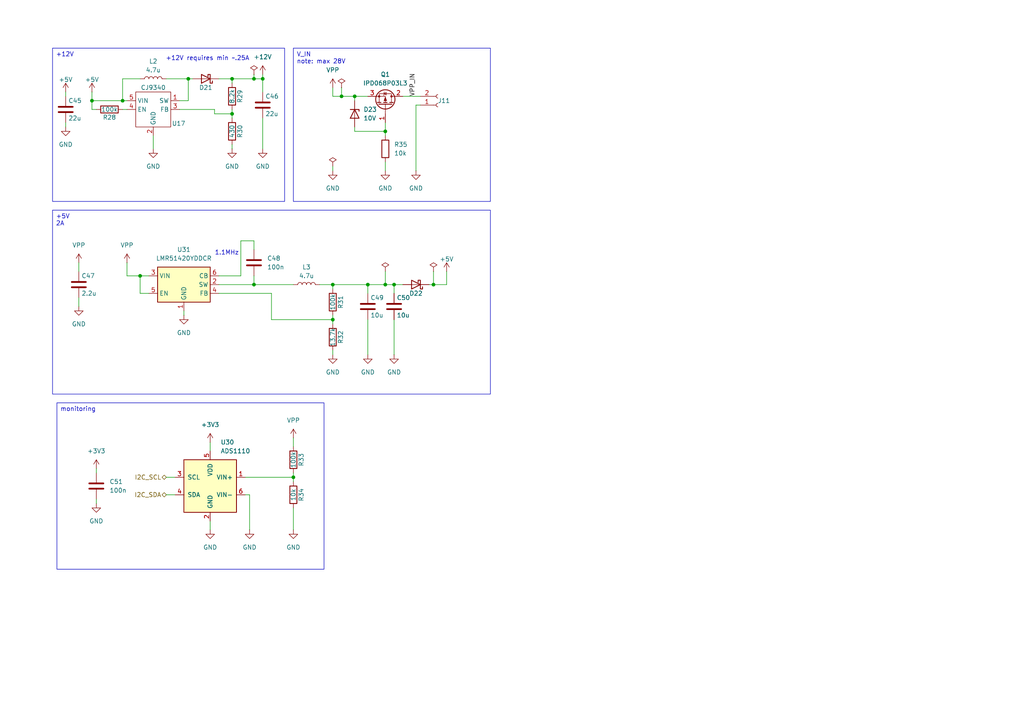
<source format=kicad_sch>
(kicad_sch (version 20231120) (generator "eeschema") (generator_version "8.0")
  (paper "A4")
  (lib_symbols
    (symbol "Analog_ADC:ADS1110" (pin_names (offset 1.016))
      (property "Reference" "U" (at -7.62 8.89 0))
      (property "Value" "ADS1110" (at 1.27 8.89 0))
      (symbol "ADS1110_0_1"
        (rectangle (start -7.62 7.62) (end 7.62 -7.62) (stroke (width 0.254)) (fill (type background)))
      )
      (symbol "ADS1110_1_1"
        (pin input line (at -10.16 2.54 0) (length 2.54) (name "VIN+") (number "1"))
        (pin power_in line (at 0 -10.16 90) (length 2.54) (name "GND") (number "2"))
        (pin input line (at 10.16 2.54 180) (length 2.54) (name "SCL") (number "3"))
        (pin bidirectional line (at 10.16 -2.54 180) (length 2.54) (name "SDA") (number "4"))
        (pin power_in line (at 0 10.16 270) (length 2.54) (name "VDD") (number "5"))
        (pin input line (at -10.16 -2.54 0) (length 2.54) (name "VIN-") (number "6"))
      )
    )
    (symbol "Connector:Conn_01x02_Socket" (pin_names (offset 1.016) hide)
      (property "Reference" "J" (at 0 2.54 0))
      (property "Value" "Conn_01x02_Socket" (at 0 -5.08 0))
      (symbol "Conn_01x02_Socket_1_1"
        (arc (start 0 -2.032) (mid -0.5058 -2.54) (end 0 -3.048) (stroke (width 0.1524)))
        (polyline (pts (xy -1.27 -2.54) (xy -0.508 -2.54)) (stroke (width 0.1524)))
        (polyline (pts (xy -1.27 0) (xy -0.508 0)) (stroke (width 0.1524)))
        (arc (start 0 0.508) (mid -0.5058 0) (end 0 -0.508) (stroke (width 0.1524)))
        (pin passive line (at -5.08 0 0) (length 3.81) (name "Pin_1") (number "1"))
        (pin passive line (at -5.08 -2.54 0) (length 3.81) (name "Pin_2") (number "2"))
      )
    )
    (symbol "Device:C" (pin_numbers hide) (pin_names (offset 0.254))
      (property "Reference" "C" (at 0.635 2.54 0))
      (property "Value" "C" (at 0.635 -2.54 0))
      (symbol "C_0_1"
        (polyline (pts (xy -2.032 -0.762) (xy 2.032 -0.762)) (stroke (width 0.508)))
        (polyline (pts (xy -2.032 0.762) (xy 2.032 0.762)) (stroke (width 0.508)))
      )
      (symbol "C_1_1"
        (pin passive line (at 0 3.81 270) (length 2.794) (name "~") (number "1"))
        (pin passive line (at 0 -3.81 90) (length 2.794) (name "~") (number "2"))
      )
    )
    (symbol "Device:D_Schottky" (pin_numbers hide) (pin_names (offset 1.016) hide)
      (property "Reference" "D" (at 0 2.54 0))
      (property "Value" "D_Schottky" (at 0 -2.54 0))
      (symbol "D_Schottky_0_1"
        (polyline (pts (xy 1.27 0) (xy -1.27 0)))
        (polyline (pts (xy 1.27 1.27) (xy 1.27 -1.27) (xy -1.27 0) (xy 1.27 1.27)) (stroke (width 0.254)))
        (polyline (pts (xy -1.905 0.635) (xy -1.905 1.27) (xy -1.27 1.27) (xy -1.27 -1.27) (xy -0.635 -1.27) (xy -0.635 -0.635)) (stroke (width 0.254)))
      )
      (symbol "D_Schottky_1_1"
        (pin passive line (at -3.81 0 0) (length 2.54) (name "K") (number "1"))
        (pin passive line (at 3.81 0 180) (length 2.54) (name "A") (number "2"))
      )
    )
    (symbol "Device:D_Zener" (pin_numbers hide) (pin_names (offset 1.016) hide)
      (property "Reference" "D" (at 0 2.54 0))
      (property "Value" "D_Zener" (at 0 -2.54 0))
      (symbol "D_Zener_0_1"
        (polyline (pts (xy 1.27 0) (xy -1.27 0)))
        (polyline (pts (xy -1.27 -1.27) (xy -1.27 1.27) (xy -0.762 1.27)) (stroke (width 0.254)))
        (polyline (pts (xy 1.27 -1.27) (xy 1.27 1.27) (xy -1.27 0) (xy 1.27 -1.27)) (stroke (width 0.254)))
      )
      (symbol "D_Zener_1_1"
        (pin passive line (at -3.81 0 0) (length 2.54) (name "K") (number "1"))
        (pin passive line (at 3.81 0 180) (length 2.54) (name "A") (number "2"))
      )
    )
    (symbol "Device:L" (pin_numbers hide) (pin_names (offset 1.016) hide)
      (property "Reference" "L" (at -1.27 0 90))
      (property "Value" "L" (at 1.905 0 90))
      (symbol "L_0_1"
        (arc (start 0 -2.54) (mid 0.6323 -1.905) (end 0 -1.27))
        (arc (start 0 -1.27) (mid 0.6323 -0.635) (end 0 0))
        (arc (start 0 0) (mid 0.6323 0.635) (end 0 1.27))
        (arc (start 0 1.27) (mid 0.6323 1.905) (end 0 2.54))
      )
      (symbol "L_1_1"
        (pin passive line (at 0 3.81 270) (length 1.27) (name "1") (number "1"))
        (pin passive line (at 0 -3.81 90) (length 1.27) (name "2") (number "2"))
      )
    )
    (symbol "Device:Q_PMOS_GDS" (pin_names (offset 0) hide)
      (property "Reference" "Q" (at 5.08 1.27 0))
      (property "Value" "Q_PMOS_GDS" (at 5.08 -1.27 0))
      (symbol "Q_PMOS_GDS_0_1"
        (polyline (pts (xy 0.254 0) (xy -2.54 0)))
        (polyline (pts (xy 0.254 1.905) (xy 0.254 -1.905)) (stroke (width 0.254)))
        (polyline (pts (xy 0.762 -1.27) (xy 0.762 -2.286)) (stroke (width 0.254)))
        (polyline (pts (xy 0.762 0.508) (xy 0.762 -0.508)) (stroke (width 0.254)))
        (polyline (pts (xy 0.762 2.286) (xy 0.762 1.27)) (stroke (width 0.254)))
        (polyline (pts (xy 2.54 2.54) (xy 2.54 1.778)))
        (polyline (pts (xy 2.54 -2.54) (xy 2.54 0) (xy 0.762 0)))
        (polyline (pts (xy 0.762 1.778) (xy 3.302 1.778) (xy 3.302 -1.778) (xy 0.762 -1.778)))
        (polyline (pts (xy 2.286 0) (xy 1.27 0.381) (xy 1.27 -0.381) (xy 2.286 0)) (fill (type outline)))
        (polyline (pts (xy 2.794 -0.508) (xy 2.921 -0.381) (xy 3.683 -0.381) (xy 3.81 -0.254)))
        (polyline (pts (xy 3.302 -0.381) (xy 2.921 0.254) (xy 3.683 0.254) (xy 3.302 -0.381)))
        (circle (center 1.651 0) (radius 2.794) (stroke (width 0.254)))
        (circle (center 2.54 -1.778) (radius 0.254) (fill (type outline)))
        (circle (center 2.54 1.778) (radius 0.254) (fill (type outline)))
      )
      (symbol "Q_PMOS_GDS_1_1"
        (pin input line (at -5.08 0 0) (length 2.54) (name "G") (number "1"))
        (pin passive line (at 2.54 5.08 270) (length 2.54) (name "D") (number "2"))
        (pin passive line (at 2.54 -5.08 90) (length 2.54) (name "S") (number "3"))
      )
    )
    (symbol "Device:R" (pin_numbers hide) (pin_names (offset 0))
      (property "Reference" "R" (at 2.032 0 90))
      (property "Value" "R" (at 0 0 90))
      (symbol "R_0_1"
        (rectangle (start -1.016 -2.54) (end 1.016 2.54) (stroke (width 0.254)))
      )
      (symbol "R_1_1"
        (pin passive line (at 0 3.81 270) (length 1.27) (name "~") (number "1"))
        (pin passive line (at 0 -3.81 90) (length 1.27) (name "~") (number "2"))
      )
    )
    (symbol "Regulator_Switching:LMR51430"
      (property "Reference" "U" (at -7.62 6.35 0))
      (property "Value" "LMR51430" (at 0 6.35 0))
      (symbol "LMR51430_0_1"
        (rectangle (start -7.62 5.08) (end 7.62 -5.08) (stroke (width 0.254)) (fill (type background)))
      )
      (symbol "LMR51430_1_1"
        (pin power_in line (at 0 -7.62 90) (length 2.54) (name "GND") (number "1"))
        (pin power_out line (at 10.16 0 180) (length 2.54) (name "SW") (number "2"))
        (pin power_in line (at -10.16 2.54 0) (length 2.54) (name "VIN") (number "3"))
        (pin input line (at 10.16 -2.54 180) (length 2.54) (name "FB") (number "4"))
        (pin input line (at -10.16 -2.54 0) (length 2.54) (name "EN") (number "5"))
        (pin passive line (at 10.16 2.54 180) (length 2.54) (name "CB") (number "6"))
      )
    )
    (symbol "power:+12V" (power) (pin_numbers hide) (pin_names (offset 0) hide)
      (property "Value" "+12V" (at 0 3.556 0))
      (symbol "+12V_0_1"
        (polyline (pts (xy -0.762 1.27) (xy 0 2.54)))
        (polyline (pts (xy 0 0) (xy 0 2.54)))
        (polyline (pts (xy 0 2.54) (xy 0.762 1.27)))
      )
      (symbol "+12V_1_1"
        (pin power_in line (at 0 0 90) (length 0) (name "~") (number "1"))
      )
    )
    (symbol "power:+3V3" (power) (pin_numbers hide) (pin_names (offset 0) hide)
      (property "Value" "+3V3" (at 0 3.556 0))
      (symbol "+3V3_0_1"
        (polyline (pts (xy -0.762 1.27) (xy 0 2.54)))
        (polyline (pts (xy 0 0) (xy 0 2.54)))
        (polyline (pts (xy 0 2.54) (xy 0.762 1.27)))
      )
      (symbol "+3V3_1_1"
        (pin power_in line (at 0 0 90) (length 0) (name "~") (number "1"))
      )
    )
    (symbol "power:+5V" (power) (pin_numbers hide) (pin_names (offset 0) hide)
      (property "Value" "+5V" (at 0 3.556 0))
      (symbol "+5V_0_1"
        (polyline (pts (xy -0.762 1.27) (xy 0 2.54)))
        (polyline (pts (xy 0 0) (xy 0 2.54)))
        (polyline (pts (xy 0 2.54) (xy 0.762 1.27)))
      )
      (symbol "+5V_1_1"
        (pin power_in line (at 0 0 90) (length 0) (name "~") (number "1"))
      )
    )
    (symbol "power:GND" (power) (pin_numbers hide) (pin_names (offset 0) hide)
      (property "Value" "GND" (at 0 -3.81 0))
      (symbol "GND_0_1"
        (polyline (pts (xy 0 0) (xy 0 -1.27) (xy 1.27 -1.27) (xy 0 -2.54) (xy -1.27 -1.27) (xy 0 -1.27)))
      )
      (symbol "GND_1_1"
        (pin power_in line (at 0 0 270) (length 0) (name "~") (number "1"))
      )
    )
    (symbol "power:PWR_FLAG" (power) (pin_numbers hide) (pin_names (offset 0) hide)
      (property "Value" "PWR_FLAG" (at 0 3.81 0))
      (symbol "PWR_FLAG_0_0"
        (pin power_out line (at 0 0 90) (length 0) (name "~") (number "1"))
      )
      (symbol "PWR_FLAG_0_1"
        (polyline (pts (xy 0 0) (xy 0 1.27) (xy -1.016 1.905) (xy 0 2.54) (xy 1.016 1.905) (xy 0 1.27)))
      )
    )
    (symbol "power:VPP" (power) (pin_numbers hide) (pin_names (offset 0) hide)
      (property "Value" "VPP" (at 0 3.556 0))
      (symbol "VPP_0_1"
        (polyline (pts (xy -0.762 1.27) (xy 0 2.54)))
        (polyline (pts (xy 0 0) (xy 0 2.54)))
        (polyline (pts (xy 0 2.54) (xy 0.762 1.27)))
      )
      (symbol "VPP_1_1"
        (pin power_in line (at 0 0 90) (length 0) (name "~") (number "1"))
      )
    )
    (symbol "unicorn_lib:CJ9340"
      (property "Reference" "U" (at 0 0 0))
      (symbol "CJ9340_0_1"
        (rectangle (start -5.08 3.81) (end 5.08 -6.35))
      )
      (symbol "CJ9340_1_1"
        (pin bidirectional line (at 7.62 1.27 180) (length 2.54) (name "SW") (number "1"))
        (pin power_in line (at 0 -8.89 90) (length 2.54) (name "GND") (number "2"))
        (pin input line (at 7.62 -1.27 180) (length 2.54) (name "FB") (number "3"))
        (pin input line (at -7.62 -1.27 0) (length 2.54) (name "EN") (number "4"))
        (pin power_in line (at -7.62 1.27 0) (length 2.54) (name "VIN") (number "5"))
      )
    )
  )
  (junction (at 73.66 82.55))
  (junction (at 96.52 82.55))
  (junction (at 73.66 22.86))
  (junction (at 67.31 22.86))
  (junction (at 111.76 38.1))
  (junction (at 40.64 80.01))
  (junction (at 114.3 82.55))
  (junction (at 106.68 82.55))
  (junction (at 67.31 33.02))
  (junction (at 102.87 27.94))
  (junction (at 96.52 92.71))
  (junction (at 125.73 82.55))
  (junction (at 35.56 29.21))
  (junction (at 111.76 82.55))
  (junction (at 76.2 22.86))
  (junction (at 26.67 29.21))
  (junction (at 54.61 22.86))
  (junction (at 85.09 138.43))
  (junction (at 99.06 27.94))
  (wire (pts (xy 114.3 92.71) (xy 114.3 102.87)))
  (wire (pts (xy 99.06 25.4) (xy 99.06 27.94)))
  (wire (pts (xy 40.64 80.01) (xy 43.18 80.01)))
  (wire (pts (xy 96.52 101.6) (xy 96.52 102.87)))
  (wire (pts (xy 22.86 86.36) (xy 22.86 88.9)))
  (wire (pts (xy 62.23 33.02) (xy 67.31 33.02)))
  (wire (pts (xy 26.67 26.67) (xy 26.67 29.21)))
  (wire (pts (xy 35.56 22.86) (xy 40.64 22.86)))
  (wire (pts (xy 53.34 90.17) (xy 53.34 91.44)))
  (wire (pts (xy 69.85 69.85) (xy 69.85 80.01)))
  (wire (pts (xy 71.12 138.43) (xy 85.09 138.43)))
  (wire (pts (xy 76.2 34.29) (xy 76.2 43.18)))
  (wire (pts (xy 48.26 138.43) (xy 50.8 138.43)))
  (wire (pts (xy 85.09 137.16) (xy 85.09 138.43)))
  (wire (pts (xy 36.83 76.2) (xy 36.83 80.01)))
  (wire (pts (xy 96.52 83.82) (xy 96.52 82.55)))
  (wire (pts (xy 72.39 153.67) (xy 72.39 143.51)))
  (wire (pts (xy 96.52 25.4) (xy 96.52 27.94)))
  (wire (pts (xy 114.3 85.09) (xy 114.3 82.55)))
  (wire (pts (xy 67.31 22.86) (xy 73.66 22.86)))
  (wire (pts (xy 54.61 29.21) (xy 52.07 29.21)))
  (wire (pts (xy 78.74 92.71) (xy 96.52 92.71)))
  (wire (pts (xy 67.31 31.75) (xy 67.31 33.02)))
  (wire (pts (xy 19.05 35.56) (xy 19.05 36.83)))
  (wire (pts (xy 102.87 27.94) (xy 106.68 27.94)))
  (wire (pts (xy 116.84 27.94) (xy 121.92 27.94)))
  (wire (pts (xy 111.76 35.56) (xy 111.76 38.1)))
  (wire (pts (xy 106.68 85.09) (xy 106.68 82.55)))
  (wire (pts (xy 106.68 82.55) (xy 96.52 82.55)))
  (wire (pts (xy 129.54 82.55) (xy 129.54 78.74)))
  (wire (pts (xy 102.87 38.1) (xy 111.76 38.1)))
  (wire (pts (xy 73.66 72.39) (xy 73.66 69.85)))
  (wire (pts (xy 35.56 29.21) (xy 35.56 22.86)))
  (wire (pts (xy 78.74 85.09) (xy 78.74 92.71)))
  (wire (pts (xy 48.26 22.86) (xy 54.61 22.86)))
  (wire (pts (xy 111.76 78.74) (xy 111.76 82.55)))
  (wire (pts (xy 73.66 82.55) (xy 85.09 82.55)))
  (wire (pts (xy 102.87 36.83) (xy 102.87 38.1)))
  (wire (pts (xy 111.76 82.55) (xy 114.3 82.55)))
  (wire (pts (xy 125.73 78.74) (xy 125.73 82.55)))
  (wire (pts (xy 73.66 22.86) (xy 76.2 22.86)))
  (wire (pts (xy 27.94 31.75) (xy 26.67 31.75)))
  (wire (pts (xy 63.5 22.86) (xy 67.31 22.86)))
  (wire (pts (xy 120.65 30.48) (xy 121.92 30.48)))
  (wire (pts (xy 67.31 22.86) (xy 67.31 24.13)))
  (wire (pts (xy 85.09 147.32) (xy 85.09 153.67)))
  (wire (pts (xy 67.31 33.02) (xy 67.31 34.29)))
  (wire (pts (xy 125.73 82.55) (xy 129.54 82.55)))
  (wire (pts (xy 99.06 27.94) (xy 102.87 27.94)))
  (wire (pts (xy 96.52 92.71) (xy 96.52 93.98)))
  (wire (pts (xy 76.2 21.59) (xy 76.2 22.86)))
  (wire (pts (xy 27.94 135.89) (xy 27.94 137.16)))
  (wire (pts (xy 35.56 31.75) (xy 36.83 31.75)))
  (wire (pts (xy 124.46 82.55) (xy 125.73 82.55)))
  (wire (pts (xy 44.45 39.37) (xy 44.45 43.18)))
  (wire (pts (xy 73.66 82.55) (xy 73.66 80.01)))
  (wire (pts (xy 96.52 48.26) (xy 96.52 49.53)))
  (wire (pts (xy 96.52 82.55) (xy 92.71 82.55)))
  (wire (pts (xy 52.07 31.75) (xy 62.23 31.75)))
  (wire (pts (xy 106.68 92.71) (xy 106.68 102.87)))
  (wire (pts (xy 54.61 22.86) (xy 54.61 29.21)))
  (wire (pts (xy 27.94 144.78) (xy 27.94 146.05)))
  (wire (pts (xy 69.85 80.01) (xy 63.5 80.01)))
  (wire (pts (xy 114.3 82.55) (xy 116.84 82.55)))
  (wire (pts (xy 60.96 128.27) (xy 60.96 130.81)))
  (wire (pts (xy 85.09 138.43) (xy 85.09 139.7)))
  (wire (pts (xy 111.76 38.1) (xy 111.76 39.37)))
  (wire (pts (xy 43.18 85.09) (xy 40.64 85.09)))
  (wire (pts (xy 96.52 91.44) (xy 96.52 92.71)))
  (wire (pts (xy 48.26 143.51) (xy 50.8 143.51)))
  (wire (pts (xy 22.86 76.2) (xy 22.86 78.74)))
  (wire (pts (xy 26.67 29.21) (xy 35.56 29.21)))
  (wire (pts (xy 106.68 82.55) (xy 111.76 82.55)))
  (wire (pts (xy 67.31 41.91) (xy 67.31 43.18)))
  (wire (pts (xy 60.96 151.13) (xy 60.96 153.67)))
  (wire (pts (xy 54.61 22.86) (xy 55.88 22.86)))
  (wire (pts (xy 36.83 80.01) (xy 40.64 80.01)))
  (wire (pts (xy 35.56 29.21) (xy 36.83 29.21)))
  (wire (pts (xy 63.5 82.55) (xy 73.66 82.55)))
  (wire (pts (xy 40.64 85.09) (xy 40.64 80.01)))
  (wire (pts (xy 102.87 27.94) (xy 102.87 29.21)))
  (wire (pts (xy 26.67 29.21) (xy 26.67 31.75)))
  (wire (pts (xy 85.09 127) (xy 85.09 129.54)))
  (wire (pts (xy 76.2 26.67) (xy 76.2 22.86)))
  (wire (pts (xy 72.39 143.51) (xy 71.12 143.51)))
  (wire (pts (xy 63.5 85.09) (xy 78.74 85.09)))
  (wire (pts (xy 19.05 26.67) (xy 19.05 27.94)))
  (wire (pts (xy 62.23 31.75) (xy 62.23 33.02)))
  (wire (pts (xy 111.76 46.99) (xy 111.76 49.53)))
  (wire (pts (xy 96.52 27.94) (xy 99.06 27.94)))
  (wire (pts (xy 73.66 21.59) (xy 73.66 22.86)))
  (wire (pts (xy 120.65 49.53) (xy 120.65 30.48)))
  (wire (pts (xy 69.85 69.85) (xy 73.66 69.85)))
  (text_box "monitoring" (at 16.51 116.84 0) (size 77.47 48.26) (effects (font (size 1.27 1.27)) (justify left top)))
  (text_box "V_IN\nnote: max 28V" (at 85.09 13.97 0) (size 57.15 44.45) (effects (font (size 1.27 1.27)) (justify left top)))
  (text_box "+5V\n2A" (at 15.24 60.96 0) (size 127 53.34) (effects (font (size 1.27 1.27)) (justify left top)))
  (text_box "+12V" (at 15.24 13.97 0) (size 67.31 44.45) (effects (font (size 1.27 1.27)) (justify left top)))
  (text "1.1MHz" (at 65.786 73.406 0) (effects (font (size 1.27 1.27))))
  (text "+12V requires min ~.25A" (at 60.198 17.018 0) (effects (font (size 1.27 1.27))))
  (label "VPP_IN" (at 120.65 27.94 90))
  (hierarchical_label "I2C_SCL" (shape bidirectional) (at 48.26 138.43 180))
  (hierarchical_label "I2C_SDA" (shape bidirectional) (at 48.26 143.51 180))
  (symbol (lib_id "Device:D_Schottky") (at 120.65 82.55 180) (unit 1)
    (property "Reference" "D22" (at 120.65 85.09 0))
    (property "Value" "D_Schottky" (effects (hide yes)))
    (property "Footprint" "Diode_SMD:D_SOD-323" (effects (hide yes)))
    (property "Description" "Schottky diode" (effects (hide yes)))
  )
  (symbol (lib_id "power:VPP") (at 36.83 76.2 0) (unit 1)
    (property "Reference" "#PWR0154" (effects (hide yes)))
    (property "Value" "VPP" (at 36.83 71.12 0))
    (property "Description" "Power symbol creates a global label with name \"VPP\"" (effects (hide yes)))
  )
  (symbol (lib_id "Device:C") (at 76.2 30.48 0) (unit 1)
    (property "Reference" "C46" (at 76.962 27.94 0) (effects (justify left)))
    (property "Value" "22u" (at 76.962 33.02 0) (effects (justify left)))
    (property "Footprint" "Capacitor_SMD:C_0805_2012Metric" (effects (hide yes)))
    (property "Description" "Unpolarized capacitor" (effects (hide yes)))
  )
  (symbol (lib_id "Device:D_Zener") (at 102.87 33.02 270) (unit 1)
    (property "Reference" "D23" (at 105.41 31.7499 90) (effects (justify left)))
    (property "Value" "10V" (at 105.41 34.2899 90) (effects (justify left)))
    (property "Footprint" "Diode_SMD:D_SOD-323" (effects (hide yes)))
    (property "Description" "Zener diode" (effects (hide yes)))
  )
  (symbol (lib_id "Regulator_Switching:LMR51430") (at 53.34 82.55 0) (unit 1)
    (property "Reference" "U31" (at 53.34 72.39 0))
    (property "Value" "LMR51420YDDCR" (at 53.34 74.93 0))
    (property "Footprint" "Package_TO_SOT_SMD:SOT-23-6" (effects (hide yes)))
    (property "Datasheet" "https://www.ti.com/lit/ds/symlink/lmr51430.pdf" (effects (hide yes)))
    (property "Description" "4.5-V to 36-V, 3-A synchronous buck converter with 40-µA IQ, SOT-23-6" (effects (hide yes)))
  )
  (symbol (lib_id "Device:R") (at 85.09 143.51 180) (unit 1)
    (property "Reference" "R34" (at 87.376 143.51 90))
    (property "Value" "10k" (at 85.09 143.51 90))
    (property "Footprint" "Resistor_SMD:R_0402_1005Metric" (effects (hide yes)))
    (property "Description" "Resistor" (effects (hide yes)))
  )
  (symbol (lib_id "power:PWR_FLAG") (at 125.73 78.74 0) (unit 1)
    (property "Reference" "#FLG06" (effects (hide yes)))
    (property "Value" "PWR_FLAG" (effects (hide yes)))
    (property "Description" "Special symbol for telling ERC where power comes from" (effects (hide yes)))
  )
  (symbol (lib_id "Device:R") (at 111.76 43.18 0) (unit 1)
    (property "Reference" "R35" (at 114.3 41.9099 0) (effects (justify left)))
    (property "Value" "10k" (at 114.3 44.4499 0) (effects (justify left)))
    (property "Footprint" "Resistor_SMD:R_0402_1005Metric" (effects (hide yes)))
    (property "Description" "Resistor" (effects (hide yes)))
  )
  (symbol (lib_id "power:+3V3") (at 27.94 135.89 0) (unit 1)
    (property "Reference" "#PWR0166" (effects (hide yes)))
    (property "Value" "+3V3" (at 27.94 130.81 0))
    (property "Description" "Power symbol creates a global label with name \"+3V3\"" (effects (hide yes)))
  )
  (symbol (lib_id "power:GND") (at 114.3 102.87 0) (unit 1)
    (property "Reference" "#PWR0160" (effects (hide yes)))
    (property "Value" "GND" (at 114.3 107.95 0))
    (property "Description" "Power symbol creates a global label with name \"GND\" , ground" (effects (hide yes)))
  )
  (symbol (lib_id "Device:C") (at 73.66 76.2 0) (unit 1)
    (property "Reference" "C48" (at 77.47 74.9299 0) (effects (justify left)))
    (property "Value" "100n" (at 77.47 77.4699 0) (effects (justify left)))
    (property "Footprint" "Capacitor_SMD:C_0402_1005Metric" (effects (hide yes)))
    (property "Description" "Unpolarized capacitor" (effects (hide yes)))
  )
  (symbol (lib_id "power:GND") (at 44.45 43.18 0) (unit 1)
    (property "Reference" "#PWR0150" (effects (hide yes)))
    (property "Value" "GND" (at 44.45 48.26 0))
    (property "Description" "Power symbol creates a global label with name \"GND\" , ground" (effects (hide yes)))
  )
  (symbol (lib_id "power:GND") (at 72.39 153.67 0) (unit 1)
    (property "Reference" "#PWR0165" (effects (hide yes)))
    (property "Value" "GND" (at 72.39 158.75 0))
    (property "Description" "Power symbol creates a global label with name \"GND\" , ground" (effects (hide yes)))
  )
  (symbol (lib_id "power:GND") (at 27.94 146.05 0) (unit 1)
    (property "Reference" "#PWR0167" (effects (hide yes)))
    (property "Value" "GND" (at 27.94 151.13 0))
    (property "Description" "Power symbol creates a global label with name \"GND\" , ground" (effects (hide yes)))
  )
  (symbol (lib_id "power:+5V") (at 19.05 26.67 0) (unit 1)
    (property "Reference" "#PWR0147" (effects (hide yes)))
    (property "Value" "+5V" (at 19.05 23.0942 0))
    (property "Description" "Power symbol creates a global label with name \"+5V\"" (effects (hide yes)))
  )
  (symbol (lib_id "power:GND") (at 106.68 102.87 0) (unit 1)
    (property "Reference" "#PWR0159" (effects (hide yes)))
    (property "Value" "GND" (at 106.68 107.95 0))
    (property "Description" "Power symbol creates a global label with name \"GND\" , ground" (effects (hide yes)))
  )
  (symbol (lib_id "unicorn_lib:CJ9340") (at 44.45 30.48 0) (unit 1)
    (property "Reference" "U17" (at 51.816 35.814 0))
    (property "Value" "CJ9340" (at 44.45 25.4 0))
    (property "Footprint" "Package_TO_SOT_SMD:SOT-23-6" (effects (hide yes)))
    (property "Datasheet" "https://www.jscj-elec.com/uploads/file/CJ9340T6.pdf" (effects (hide yes)))
    (property "Description" "High Efficiency 1.2MHz 28V Output, 2A Step Up Regulator" (effects (hide yes)))
  )
  (symbol (lib_id "power:PWR_FLAG") (at 96.52 48.26 0) (unit 1)
    (property "Reference" "#FLG05" (effects (hide yes)))
    (property "Value" "PWR_FLAG" (effects (hide yes)))
    (property "Description" "Special symbol for telling ERC where power comes from" (effects (hide yes)))
  )
  (symbol (lib_id "power:PWR_FLAG") (at 111.76 78.74 0) (unit 1)
    (property "Reference" "#FLG03" (effects (hide yes)))
    (property "Value" "PWR_FLAG" (effects (hide yes)))
    (property "Description" "Special symbol for telling ERC where power comes from" (effects (hide yes)))
  )
  (symbol (lib_id "Device:R") (at 31.75 31.75 90) (unit 1)
    (property "Reference" "R28" (at 31.75 34.036 90))
    (property "Value" "100k" (at 31.75 31.75 90))
    (property "Footprint" "Resistor_SMD:R_0402_1005Metric" (effects (hide yes)))
    (property "Description" "Resistor" (effects (hide yes)))
  )
  (symbol (lib_id "power:GND") (at 67.31 43.18 0) (unit 1)
    (property "Reference" "#PWR0151" (effects (hide yes)))
    (property "Value" "GND" (at 67.31 48.26 0))
    (property "Description" "Power symbol creates a global label with name \"GND\" , ground" (effects (hide yes)))
  )
  (symbol (lib_id "Device:L") (at 88.9 82.55 90) (unit 1)
    (property "Reference" "L3" (at 88.9 77.47 90))
    (property "Value" "4.7u" (at 88.9 80.01 90))
    (property "Footprint" "Inductor_SMD:L_0603_1608Metric" (effects (hide yes)))
    (property "Description" "Inductor" (effects (hide yes)))
  )
  (symbol (lib_id "power:GND") (at 60.96 153.67 0) (unit 1)
    (property "Reference" "#PWR0164" (effects (hide yes)))
    (property "Value" "GND" (at 60.96 158.75 0))
    (property "Description" "Power symbol creates a global label with name \"GND\" , ground" (effects (hide yes)))
  )
  (symbol (lib_id "Device:R") (at 96.52 87.63 180) (unit 1)
    (property "Reference" "R31" (at 98.806 87.63 90))
    (property "Value" "100k" (at 96.52 87.63 90))
    (property "Footprint" "Resistor_SMD:R_0402_1005Metric" (effects (hide yes)))
    (property "Description" "Resistor" (effects (hide yes)))
  )
  (symbol (lib_id "power:GND") (at 85.09 153.67 0) (unit 1)
    (property "Reference" "#PWR0169" (effects (hide yes)))
    (property "Value" "GND" (at 85.09 158.75 0))
    (property "Description" "Power symbol creates a global label with name \"GND\" , ground" (effects (hide yes)))
  )
  (symbol (lib_id "power:PWR_FLAG") (at 99.06 25.4 0) (unit 1)
    (property "Reference" "#FLG01" (effects (hide yes)))
    (property "Value" "PWR_FLAG" (effects (hide yes)))
    (property "Description" "Special symbol for telling ERC where power comes from" (effects (hide yes)))
  )
  (symbol (lib_id "Device:R") (at 85.09 133.35 180) (unit 1)
    (property "Reference" "R33" (at 87.376 133.35 90))
    (property "Value" "100k" (at 85.09 133.35 90))
    (property "Footprint" "Resistor_SMD:R_0402_1005Metric" (effects (hide yes)))
    (property "Description" "Resistor" (effects (hide yes)))
  )
  (symbol (lib_id "power:GND") (at 96.52 102.87 0) (unit 1)
    (property "Reference" "#PWR0158" (effects (hide yes)))
    (property "Value" "GND" (at 96.52 107.95 0))
    (property "Description" "Power symbol creates a global label with name \"GND\" , ground" (effects (hide yes)))
  )
  (symbol (lib_id "power:+5V") (at 26.67 26.67 0) (unit 1)
    (property "Reference" "#PWR0149" (effects (hide yes)))
    (property "Value" "+5V" (at 26.67 23.0942 0))
    (property "Description" "Power symbol creates a global label with name \"+5V\"" (effects (hide yes)))
  )
  (symbol (lib_id "power:GND") (at 22.86 88.9 0) (unit 1)
    (property "Reference" "#PWR0156" (effects (hide yes)))
    (property "Value" "GND" (at 22.86 93.98 0))
    (property "Description" "Power symbol creates a global label with name \"GND\" , ground" (effects (hide yes)))
  )
  (symbol (lib_id "Device:R") (at 96.52 97.79 180) (unit 1)
    (property "Reference" "R32" (at 98.806 97.79 90))
    (property "Value" "13.7k" (at 96.52 97.79 90))
    (property "Footprint" "Resistor_SMD:R_0402_1005Metric" (effects (hide yes)))
    (property "Description" "Resistor" (effects (hide yes)))
  )
  (symbol (lib_id "power:VPP") (at 96.52 25.4 0) (unit 1)
    (property "Reference" "#PWR0145" (effects (hide yes)))
    (property "Value" "VPP" (at 96.52 20.32 0))
    (property "Description" "Power symbol creates a global label with name \"VPP\"" (effects (hide yes)))
  )
  (symbol (lib_id "Device:R") (at 67.31 27.94 180) (unit 1)
    (property "Reference" "R29" (at 69.596 27.94 90))
    (property "Value" "8.2k" (at 67.31 27.94 90))
    (property "Footprint" "Resistor_SMD:R_0402_1005Metric" (effects (hide yes)))
    (property "Description" "Resistor" (effects (hide yes)))
  )
  (symbol (lib_id "power:+3V3") (at 60.96 128.27 0) (unit 1)
    (property "Reference" "#PWR0163" (effects (hide yes)))
    (property "Value" "+3V3" (at 60.96 123.19 0))
    (property "Description" "Power symbol creates a global label with name \"+3V3\"" (effects (hide yes)))
  )
  (symbol (lib_id "Device:C") (at 19.05 31.75 0) (unit 1)
    (property "Reference" "C45" (at 19.812 29.21 0) (effects (justify left)))
    (property "Value" "22u" (at 19.812 34.29 0) (effects (justify left)))
    (property "Footprint" "Capacitor_SMD:C_0805_2012Metric" (effects (hide yes)))
    (property "Description" "Unpolarized capacitor" (effects (hide yes)))
    (property "LCSC" "C45783" (effects (hide yes)))
  )
  (symbol (lib_id "Device:C") (at 114.3 88.9 0) (unit 1)
    (property "Reference" "C50" (at 115.062 86.36 0) (effects (justify left)))
    (property "Value" "10u" (at 115.062 91.44 0) (effects (justify left)))
    (property "Footprint" "Capacitor_SMD:C_0603_1608Metric" (effects (hide yes)))
    (property "Description" "Unpolarized capacitor" (effects (hide yes)))
  )
  (symbol (lib_id "power:GND") (at 76.2 43.18 0) (unit 1)
    (property "Reference" "#PWR0153" (effects (hide yes)))
    (property "Value" "GND" (at 76.2 48.26 0))
    (property "Description" "Power symbol creates a global label with name \"GND\" , ground" (effects (hide yes)))
  )
  (symbol (lib_id "Device:C") (at 106.68 88.9 0) (unit 1)
    (property "Reference" "C49" (at 107.442 86.36 0) (effects (justify left)))
    (property "Value" "10u" (at 107.442 91.44 0) (effects (justify left)))
    (property "Footprint" "Capacitor_SMD:C_0603_1608Metric" (effects (hide yes)))
    (property "Description" "Unpolarized capacitor" (effects (hide yes)))
  )
  (symbol (lib_id "Device:L") (at 44.45 22.86 90) (unit 1)
    (property "Reference" "L2" (at 44.45 17.78 90))
    (property "Value" "4.7u" (at 44.45 20.32 90))
    (property "Footprint" "Inductor_SMD:L_0603_1608Metric" (effects (hide yes)))
    (property "Description" "Inductor" (effects (hide yes)))
  )
  (symbol (lib_id "power:+5V") (at 129.54 78.74 0) (unit 1)
    (property "Reference" "#PWR0161" (effects (hide yes)))
    (property "Value" "+5V" (at 129.54 75.1642 0))
    (property "Description" "Power symbol creates a global label with name \"+5V\"" (effects (hide yes)))
  )
  (symbol (lib_id "Analog_ADC:ADS1110") (at 60.96 140.97 0) (mirror y) (unit 1)
    (property "Reference" "U30" (at 63.9765 128.27 0) (effects (justify right)))
    (property "Value" "ADS1110" (at 63.9765 130.81 0) (effects (justify right)))
    (property "Footprint" "Package_TO_SOT_SMD:SOT-23-6" (effects (hide yes)))
    (property "Datasheet" "http://www.ti.com/lit/ds/symlink/ads1110.pdf" (effects (hide yes)))
    (property "Description" "16 Bit Analog to Digital converter with on board reference" (effects (hide yes)))
  )
  (symbol (lib_id "Device:C") (at 27.94 140.97 0) (unit 1)
    (property "Reference" "C51" (at 31.75 139.6999 0) (effects (justify left)))
    (property "Value" "100n" (at 31.75 142.2399 0) (effects (justify left)))
    (property "Footprint" "Capacitor_SMD:C_0402_1005Metric" (effects (hide yes)))
    (property "Description" "Unpolarized capacitor" (effects (hide yes)))
  )
  (symbol (lib_id "power:VPP") (at 22.86 76.2 0) (unit 1)
    (property "Reference" "#PWR0155" (effects (hide yes)))
    (property "Value" "VPP" (at 22.86 71.12 0))
    (property "Description" "Power symbol creates a global label with name \"VPP\"" (effects (hide yes)))
  )
  (symbol (lib_id "Device:R") (at 67.31 38.1 180) (unit 1)
    (property "Reference" "R30" (at 69.596 38.1 90))
    (property "Value" "430" (at 67.31 38.1 90))
    (property "Footprint" "Resistor_SMD:R_0402_1005Metric" (effects (hide yes)))
    (property "Description" "Resistor" (effects (hide yes)))
  )
  (symbol (lib_id "Device:Q_PMOS_GDS") (at 111.76 30.48 270) (mirror x) (unit 1)
    (property "Reference" "Q1" (at 111.76 21.59 90))
    (property "Value" "IPD068P03L3" (at 111.76 24.13 90))
    (property "Footprint" "Package_TO_SOT_SMD:TO-252-2" (effects (hide yes)))
    (property "Description" "P-MOSFET transistor, gate/drain/source" (effects (hide yes)))
  )
  (symbol (lib_id "power:GND") (at 111.76 49.53 0) (unit 1)
    (property "Reference" "#PWR0162" (effects (hide yes)))
    (property "Value" "GND" (at 111.76 54.61 0))
    (property "Description" "Power symbol creates a global label with name \"GND\" , ground" (effects (hide yes)))
  )
  (symbol (lib_id "power:GND") (at 19.05 36.83 0) (unit 1)
    (property "Reference" "#PWR0148" (effects (hide yes)))
    (property "Value" "GND" (at 19.05 41.91 0))
    (property "Description" "Power symbol creates a global label with name \"GND\" , ground" (effects (hide yes)))
  )
  (symbol (lib_id "power:PWR_FLAG") (at 73.66 21.59 0) (unit 1)
    (property "Reference" "#FLG02" (effects (hide yes)))
    (property "Value" "PWR_FLAG" (effects (hide yes)))
    (property "Description" "Special symbol for telling ERC where power comes from" (effects (hide yes)))
  )
  (symbol (lib_id "power:GND") (at 96.52 49.53 0) (unit 1)
    (property "Reference" "#PWR0170" (effects (hide yes)))
    (property "Value" "GND" (at 96.52 54.61 0))
    (property "Description" "Power symbol creates a global label with name \"GND\" , ground" (effects (hide yes)))
  )
  (symbol (lib_id "Device:D_Schottky") (at 59.69 22.86 180) (unit 1)
    (property "Reference" "D21" (at 59.69 25.4 0))
    (property "Value" "D_Schottky" (effects (hide yes)))
    (property "Footprint" "Diode_SMD:D_SOD-323" (effects (hide yes)))
    (property "Description" "Schottky diode" (effects (hide yes)))
  )
  (symbol (lib_id "power:+12V") (at 76.2 21.59 0) (unit 1)
    (property "Reference" "#PWR0152" (effects (hide yes)))
    (property "Value" "+12V" (at 76.2 16.51 0))
    (property "Description" "Power symbol creates a global label with name \"+12V\"" (effects (hide yes)))
  )
  (symbol (lib_id "power:GND") (at 53.34 91.44 0) (unit 1)
    (property "Reference" "#PWR0157" (effects (hide yes)))
    (property "Value" "GND" (at 53.34 96.52 0))
    (property "Description" "Power symbol creates a global label with name \"GND\" , ground" (effects (hide yes)))
  )
  (symbol (lib_id "Connector:Conn_01x02_Socket") (at 127 30.48 0) (mirror x) (unit 1)
    (property "Reference" "J11" (at 128.778 29.21 0))
    (property "Value" "Conn_01x02_Socket" (effects (hide yes)))
    (property "Footprint" "TerminalBlock:TerminalBlock_bornier-2_P5.08mm" (effects (hide yes)))
    (property "Description" "Generic connector, single row, 01x02, script generated" (effects (hide yes)))
  )
  (symbol (lib_id "power:VPP") (at 85.09 127 0) (unit 1)
    (property "Reference" "#PWR0168" (effects (hide yes)))
    (property "Value" "VPP" (at 85.09 121.92 0))
    (property "Description" "Power symbol creates a global label with name \"VPP\"" (effects (hide yes)))
  )
  (symbol (lib_id "Device:C") (at 22.86 82.55 0) (unit 1)
    (property "Reference" "C47" (at 23.622 80.01 0) (effects (justify left)))
    (property "Value" "2.2u" (at 23.622 85.09 0) (effects (justify left)))
    (property "Footprint" "Capacitor_SMD:C_0805_2012Metric" (effects (hide yes)))
    (property "Description" "Unpolarized capacitor" (effects (hide yes)))
  )
  (symbol (lib_id "power:GND") (at 120.65 49.53 0) (unit 1)
    (property "Reference" "#PWR0146" (effects (hide yes)))
    (property "Value" "GND" (at 120.65 54.61 0))
    (property "Description" "Power symbol creates a global label with name \"GND\" , ground" (effects (hide yes)))
  )
)
</source>
